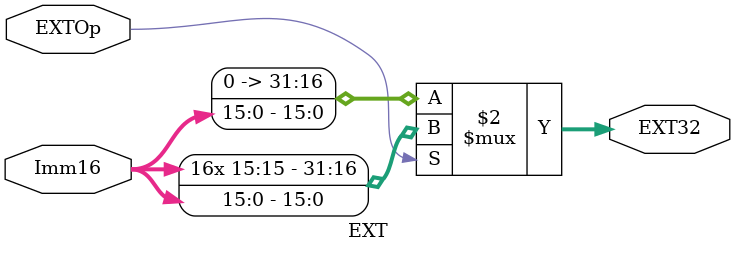
<source format=v>
`timescale 1ns / 1ps
module EXT(
    input [15:0] Imm16,
    input EXTOp,
    output [31:0] EXT32
    );
    //1 符号延展 
    //0 零延展
    assign EXT32 = (EXTOp == 1)? 
                    {{16{Imm16[15]}}, Imm16}:
                    {{16{1'b0}}, Imm16};
            

endmodule

</source>
